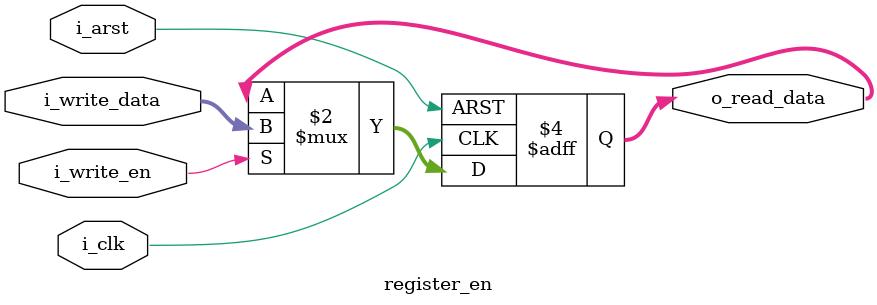
<source format=sv>
/* Copyright (c) 2024 Maveric NU. All rights reserved. */

// -------------------------------------------------------------
// This is a nonarchitectural register with write enable signal.
// -------------------------------------------------------------

module register_en
// Parameters.
#(
    parameter                        DATA_WIDTH = 64,
    parameter bit [DATA_WIDTH - 1:0] RESET_VAL = '0
)
// Port decleration. 
(   
    // Common clock & enable signal.
    input  logic                      i_clk,
    input  logic                      i_write_en,
    input  logic                      i_arst,

    //Input interface. 
    input  logic [ DATA_WIDTH - 1:0 ] i_write_data,
    
    // Output interface.
    output logic [ DATA_WIDTH - 1:0 ] o_read_data
);

    // Write logic.
    always_ff @( posedge i_clk, posedge i_arst ) begin 
        if      ( i_arst     ) o_read_data <= RESET_VAL;
        else if ( i_write_en ) o_read_data <= i_write_data;
    end
    
endmodule

</source>
